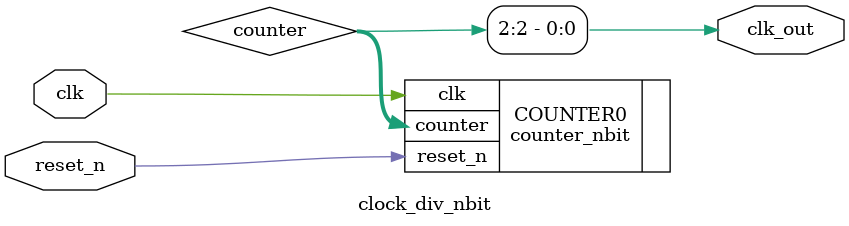
<source format=v>
`timescale 1ns / 1ps

module clock_div_nbit
    #(parameter N = 3)
    (
    input wire clk, reset_n, 
    output wire clk_out
    );
    
    wire [N-1:0] counter;
    
    counter_nbit
        #(.CNT_WIDTH(N))
        COUNTER0
        (
        .clk(clk),
        .reset_n(reset_n),
        .counter(counter)
        );
        
    assign clk_out = counter[N-1];
    
endmodule

</source>
